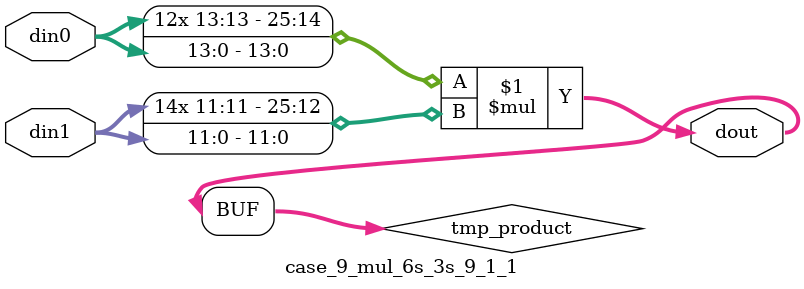
<source format=v>

`timescale 1 ns / 1 ps

 module case_9_mul_6s_3s_9_1_1(din0, din1, dout);
parameter ID = 1;
parameter NUM_STAGE = 0;
parameter din0_WIDTH = 14;
parameter din1_WIDTH = 12;
parameter dout_WIDTH = 26;

input [din0_WIDTH - 1 : 0] din0; 
input [din1_WIDTH - 1 : 0] din1; 
output [dout_WIDTH - 1 : 0] dout;

wire signed [dout_WIDTH - 1 : 0] tmp_product;



























assign tmp_product = $signed(din0) * $signed(din1);








assign dout = tmp_product;





















endmodule

</source>
